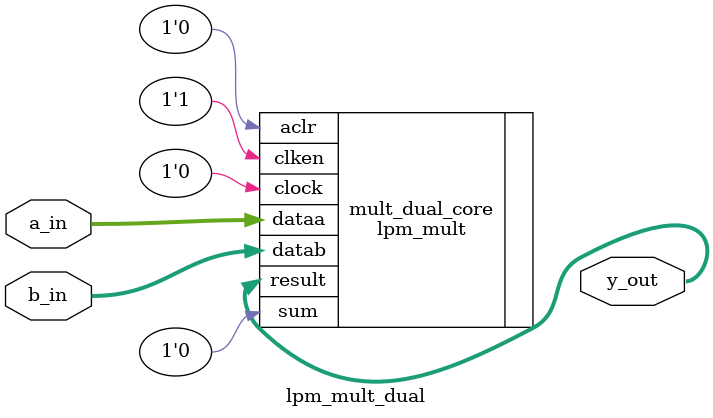
<source format=v>

module lpm_mult_dual #(parameter WIDTH_A=18, WIDTH_B=9)
    (
       input     wire    signed    [WIDTH_A-1:0]            a_in,
       input     wire    signed    [WIDTH_B-1:0]            b_in,
       output    wire    signed    [WIDTH_A+WIDTH_B-1:0]    y_out
    );

    lpm_mult   mult_dual_core (
            .dataa (a_in),
            .datab (b_in),
            .result (y_out),
            .aclr (1'b0),
            .clken (1'b1),
            .clock (1'b0),
            .sum (1'b0));
    defparam
        mult_dual_core.lpm_hint = "DEDICATED_MULTIPLIER_CIRCUITRY=YES,MAXIMIZE_SPEED=1",
        mult_dual_core.lpm_representation = "SIGNED",
        mult_dual_core.lpm_type = "LPM_MULT",
        mult_dual_core.lpm_widtha = WIDTH_A,
        mult_dual_core.lpm_widthb = WIDTH_B,
        mult_dual_core.lpm_widthp = WIDTH_A+WIDTH_B;

endmodule

</source>
